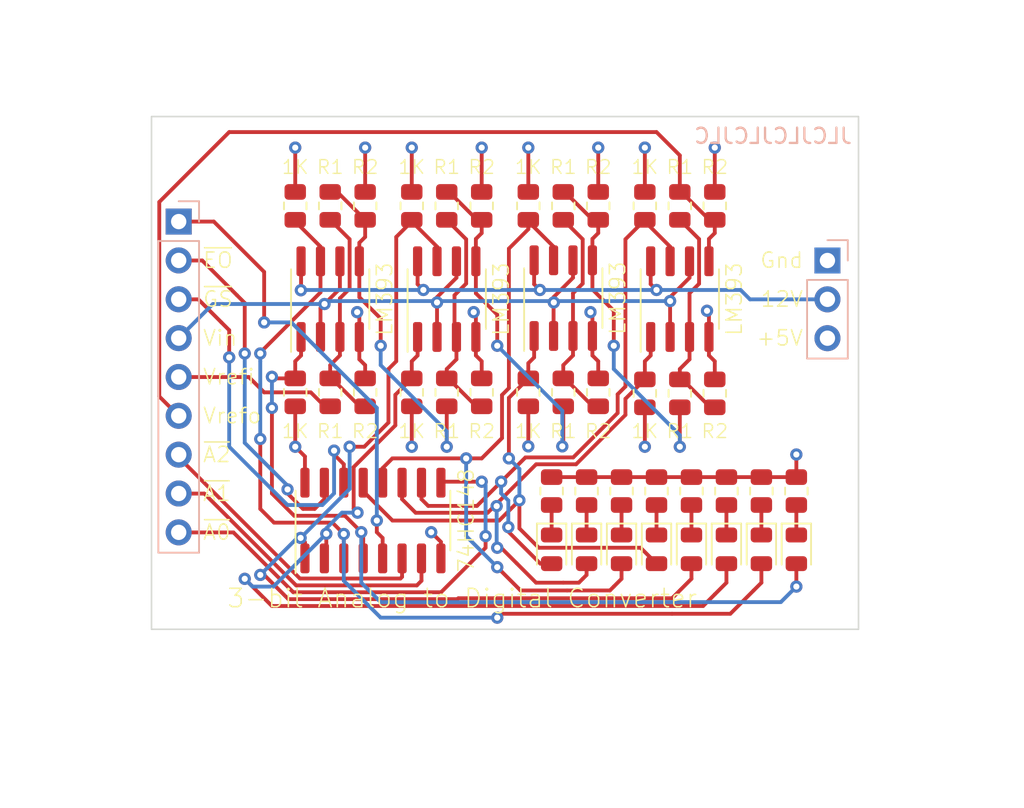
<source format=kicad_pcb>
(kicad_pcb (version 20211014) (generator pcbnew)
  (layers (0 "F.Cu" signal) (1 "In1.Cu" signal) (2 "In2.Cu" signal) (31 "B.Cu" signal) (34 "B.Paste" user) (35 "F.Paste" user) (36 "B.SilkS" user "B.Silkscreen") (37 "F.SilkS" user "F.Silkscreen") (38 "B.Mask" user) (39 "F.Mask" user) (44 "Edge.Cuts" user))
  (net 0 "")
  (net 1 "~{EO}")
  (net 2 "~{GS}")
  (net 3 "Vin")
  (net 4 "Vrefi")
  (net 5 "Vrefo")
  (net 6 "~{A2}")
  (net 7 "~{A1}")
  (net 8 "~{A0}")
  (net 9 "GND")
  (net 10 "+12V")
  (net 11 "+5V")
  (net 12 "Net-(R1-Pad2)")
  (net 13 "Q0")
  (net 14 "Q1")
  (net 15 "Q2")
  (net 16 "Q3")
  (net 17 "Q4")
  (net 18 "Q5")
  (net 19 "Q6")
  (net 20 "Q7")
  (net 21 "Net-(D1-Pad1)")
  (net 22 "Net-(D2-Pad1)")
  (net 23 "Net-(D3-Pad1)")
  (net 24 "Net-(D4-Pad1)")
  (net 25 "Net-(D5-Pad1)")
  (net 26 "Net-(D6-Pad1)")
  (net 27 "Net-(D7-Pad1)")
  (net 28 "Net-(D8-Pad1)")
  (net 29 "Net-(R17-Pad1)")
  (net 30 "Net-(R15-Pad2)")
  (net 31 "Net-(R16-Pad2)")
  (net 32 "Net-(R21-Pad2)")
  (net 33 "Net-(R22-Pad2)")
  (net 34 "Net-(R27-Pad2)")
  (net 35 "~{EI}")
  (footprint "LED_SMD:LED_0805_2012Metric" (layer "F.Cu") (at 146.558 73.7635 -90)
    (fp_text reference "D8" hide)
    (fp_text value "LED" hide)
  )
  (footprint "LED_SMD:LED_0805_2012Metric" (layer "F.Cu") (at 137.414 73.7635 -90)
    (fp_text reference "D4" hide)
    (fp_text value "LED" hide)
  )
  (footprint "LED_SMD:LED_0805_2012Metric" (layer "F.Cu") (at 141.986 73.7635 -90)
    (fp_text reference "D6" hide)
    (fp_text value "LED" hide)
  )
  (footprint "Resistor_SMD:R_0805_2012Metric" (layer "F.Cu") (at 137.414 69.9535 90)
    (fp_text reference "R10" hide)
    (fp_text value "R_Small_US" hide)
  )
  (footprint "LED_SMD:LED_0805_2012Metric" (layer "F.Cu") (at 144.272 73.7635 -90)
    (fp_text reference "D7" hide)
    (fp_text value "LED" hide)
  )
  (footprint "Resistor_SMD:R_0805_2012Metric" (layer "F.Cu") (at 141.224 51.308 -90)
    (fp_text reference "R28" hide)
    (fp_text value "R_Small_US" hide)
  )
  (footprint "Resistor_SMD:R_0805_2012Metric" (layer "F.Cu") (at 136.652 51.308 90)
    (fp_text reference "R32" hide)
    (fp_text value "R_Small_US" hide)
  )
  (footprint "Resistor_SMD:R_0805_2012Metric" (layer "F.Cu") (at 125.984 63.5 -90)
    (fp_text reference "R15" hide)
    (fp_text value "R_Small_US" hide)
  )
  (footprint "Resistor_SMD:R_0805_2012Metric" (layer "F.Cu") (at 144.272 69.9535 90)
    (fp_text reference "R13" hide)
    (fp_text value "R_Small_US" hide)
  )
  (footprint "Resistor_SMD:R_0805_2012Metric" (layer "F.Cu") (at 125.984 51.308 -90)
    (fp_text reference "R16" hide)
    (fp_text value "R_Small_US" hide)
  )
  (footprint "Resistor_SMD:R_0805_2012Metric" (layer "F.Cu") (at 121.412 51.308 90)
    (fp_text reference "R20" hide)
    (fp_text value "R_Small_US" hide)
  )
  (footprint "Resistor_SMD:R_0805_2012Metric" (layer "F.Cu") (at 133.604 63.5 -90)
    (fp_text reference "R21" hide)
    (fp_text value "R_Small_US" hide)
  )
  (footprint "Resistor_SMD:R_0805_2012Metric" (layer "F.Cu") (at 141.224 63.565 -90)
    (fp_text reference "R27" hide)
    (fp_text value "R_Small_US" hide)
  )
  (footprint "Resistor_SMD:R_0805_2012Metric" (layer "F.Cu") (at 135.128 69.9535 90)
    (fp_text reference "R9" hide)
    (fp_text value "R_Small_US" hide)
  )
  (footprint "Resistor_SMD:R_0805_2012Metric" (layer "F.Cu") (at 123.698 63.5 90)
    (fp_text reference "R17" hide)
    (fp_text value "R_Small_US" hide)
  )
  (footprint "Resistor_SMD:R_0805_2012Metric" (layer "F.Cu") (at 132.842 69.9535 90)
    (fp_text reference "R8" hide)
    (fp_text value "R_Small_US" hide)
  )
  (footprint "Resistor_SMD:R_0805_2012Metric" (layer "F.Cu") (at 116.078 63.5 90)
    (fp_text reference "R3" hide)
    (fp_text value "R_Small_US" hide)
  )
  (footprint "LED_SMD:LED_0805_2012Metric" (layer "F.Cu") (at 135.128 73.7635 -90)
    (fp_text reference "D3" hide)
    (fp_text value "LED" hide)
  )
  (footprint "Resistor_SMD:R_0805_2012Metric" (layer "F.Cu") (at 118.364 51.308 -90)
    (fp_text reference "R2" hide)
    (fp_text value "R_Small_US" hide)
  )
  (footprint "Package_SO:SOIC-8_3.9x4.9mm_P1.27mm" (layer "F.Cu") (at 131.318 57.339 90)
    (fp_text reference "U3" hide)
    (fp_text value "LM393" hide)
  )
  (footprint "Resistor_SMD:R_0805_2012Metric" (layer "F.Cu") (at 129.032 63.5 -90)
    (fp_text reference "R25" hide)
    (fp_text value "R_Small_US" hide)
  )
  (footprint "Resistor_SMD:R_0805_2012Metric" (layer "F.Cu") (at 131.318 51.308 90)
    (fp_text reference "R24" hide)
    (fp_text value "R_Small_US" hide)
  )
  (footprint "Resistor_SMD:R_0805_2012Metric" (layer "F.Cu") (at 136.652 63.565 -90)
    (fp_text reference "R31" hide)
    (fp_text value "R_Small_US" hide)
  )
  (footprint "Resistor_SMD:R_0805_2012Metric" (layer "F.Cu") (at 133.604 51.308 -90)
    (fp_text reference "R22" hide)
    (fp_text value "R_Small_US" hide)
  )
  (footprint "Package_SO:SOIC-8_3.9x4.9mm_P1.27mm" (layer "F.Cu") (at 138.938 57.404 90)
    (fp_text reference "U4" hide)
    (fp_text value "LM393" hide)
  )
  (footprint "Package_SO:SOIC-8_3.9x4.9mm_P1.27mm" (layer "F.Cu") (at 116.078 57.404 90)
    (fp_text reference "U1" hide)
    (fp_text value "LM393" hide)
  )
  (footprint "LED_SMD:LED_0805_2012Metric" (layer "F.Cu") (at 130.556 73.7635 -90)
    (fp_text reference "D1" hide)
    (fp_text value "LED" hide)
  )
  (footprint "Resistor_SMD:R_0805_2012Metric" (layer "F.Cu") (at 146.558 69.9535 90)
    (fp_text reference "R14" hide)
    (fp_text value "R_Small_US" hide)
  )
  (footprint "Resistor_SMD:R_0805_2012Metric" (layer "F.Cu") (at 123.698 51.308 90)
    (fp_text reference "R18" hide)
    (fp_text value "R_Small_US" hide)
  )
  (footprint "Resistor_SMD:R_0805_2012Metric" (layer "F.Cu") (at 121.412 63.5 -90)
    (fp_text reference "R19" hide)
    (fp_text value "R_Small_US" hide)
  )
  (footprint "Resistor_SMD:R_0805_2012Metric" (layer "F.Cu") (at 139.7 69.9535 90)
    (fp_text reference "R11" hide)
    (fp_text value "R_Small_US" hide)
  )
  (footprint "LED_SMD:LED_0805_2012Metric" (layer "F.Cu") (at 132.842 73.7635 -90)
    (fp_text reference "D2" hide)
    (fp_text value "LED" hide)
  )
  (footprint "LED_SMD:LED_0805_2012Metric" (layer "F.Cu") (at 139.7 73.7635 -90)
    (fp_text reference "D5" hide)
    (fp_text value "LED" hide)
  )
  (footprint "Resistor_SMD:R_0805_2012Metric" (layer "F.Cu") (at 129.032 51.308 90)
    (fp_text reference "R26" hide)
    (fp_text value "R_Small_US" hide)
  )
  (footprint "Resistor_SMD:R_0805_2012Metric" (layer "F.Cu") (at 113.792 51.308 90)
    (fp_text reference "R7" hide)
    (fp_text value "R_Small_US" hide)
  )
  (footprint "Resistor_SMD:R_0805_2012Metric" (layer "F.Cu") (at 113.792 63.5 -90)
    (fp_text reference "R6" hide)
    (fp_text value "R_Small_US" hide)
  )
  (footprint "Resistor_SMD:R_0805_2012Metric" (layer "F.Cu") (at 141.986 69.9535 90)
    (fp_text reference "R12" hide)
    (fp_text value "R_Small_US" hide)
  )
  (footprint "Resistor_SMD:R_0805_2012Metric" (layer "F.Cu") (at 118.364 63.5 -90)
    (fp_text reference "R1" hide)
    (fp_text value "R_Small_US" hide)
  )
  (footprint "Package_SO:SOIC-16_3.9x9.9mm_P1.27mm" (layer "F.Cu") (at 118.872 71.882 90)
    (fp_text reference "U5" hide)
    (fp_text value "74LS148" hide)
  )
  (footprint "Resistor_SMD:R_0805_2012Metric" (layer "F.Cu") (at 130.556 69.9535 90)
    (fp_text reference "R5" hide)
    (fp_text value "R_Small_US" hide)
  )
  (footprint "Resistor_SMD:R_0805_2012Metric" (layer "F.Cu") (at 138.938 51.308 90)
    (fp_text reference "R30" hide)
    (fp_text value "R_Small_US" hide)
  )
  (footprint "Package_SO:SOIC-8_3.9x4.9mm_P1.27mm" (layer "F.Cu") (at 123.698 57.404 90)
    (fp_text reference "U2" hide)
    (fp_text value "LM393" hide)
  )
  (footprint "Resistor_SMD:R_0805_2012Metric" (layer "F.Cu") (at 131.318 63.5 90)
    (fp_text reference "R23" hide)
    (fp_text value "R_Small_US" hide)
  )
  (footprint "Resistor_SMD:R_0805_2012Metric" (layer "F.Cu") (at 116.078 51.308 90)
    (fp_text reference "R4" hide)
    (fp_text value "R_Small_US" hide)
  )
  (footprint "Resistor_SMD:R_0805_2012Metric" (layer "F.Cu") (at 138.938 63.565 90)
    (fp_text reference "R29" hide)
    (fp_text value "R_Small_US" hide)
  )
  (footprint "Connector_PinHeader_2.54mm:PinHeader_1x03_P2.54mm_Vertical" (layer "B.Cu") (at 148.59 54.879 180)
    (fp_text reference "J1" hide)
    (fp_text value "Conn_01x03" hide)
  )
  (footprint "Connector_PinHeader_2.54mm:PinHeader_1x09_P2.54mm_Vertical" (layer "B.Cu") (at 106.172 52.334 180)
    (fp_text reference "J2" hide)
    (fp_text value "Conn_01x09" hide)
  )
  (gr_rect (start 104.394 45.466) (end 150.622 78.994) (layer "Edge.Cuts") (width 0.1) (fill none))
  (gr_text "JLCJLCJLCJLC" (at 145.034 46.736) (layer "B.SilkS") (effects (font (size 1 1)) (justify mirror)))
  (gr_text "~{A2}" (at 107.696 67.564) (layer "F.SilkS") (effects (font (size 1 1) (thickness 0.1)) (justify left)))
  (gr_text "~{EO}" (at 107.696 54.864) (layer "F.SilkS") (effects (font (size 1 1) (thickness 0.1)) (justify left)))
  (gr_text "R2" (at 125.984 66.04) (layer "F.SilkS") (effects (font (size 0.9 0.9) (thickness 0.09))))
  (gr_text "Vrefi" (at 107.696 62.484) (layer "F.SilkS") (effects (font (size 1 1) (thickness 0.1)) (justify left)))
  (gr_text "+5V" (at 147.066 59.944) (layer "F.SilkS") (effects (font (size 1 1) (thickness 0.1)) (justify right)))
  (gr_text "1K" (at 121.412 48.768) (layer "F.SilkS") (effects (font (size 0.9 0.9) (thickness 0.09))))
  (gr_text "LM393" (at 127.254 57.404 90) (layer "F.SilkS") (effects (font (size 1 1) (thickness 0.1))))
  (gr_text "1K" (at 136.652 48.768) (layer "F.SilkS") (effects (font (size 0.9 0.9) (thickness 0.09))))
  (gr_text "1K" (at 121.412 66.04) (layer "F.SilkS") (effects (font (size 0.9 0.9) (thickness 0.09))))
  (gr_text "Vrefo" (at 107.696 65.024) (layer "F.SilkS") (effects (font (size 1 1) (thickness 0.1)) (justify left)))
  (gr_text "R2" (at 118.364 48.768) (layer "F.SilkS") (effects (font (size 0.9 0.9) (thickness 0.09))))
  (gr_text "Vin" (at 107.696 59.944) (layer "F.SilkS") (effects (font (size 1 1) (thickness 0.1)) (justify left)))
  (gr_text "LM393" (at 119.634 57.404 90) (layer "F.SilkS") (effects (font (size 1 1) (thickness 0.1))))
  (gr_text "R1" (at 116.078 66.04) (layer "F.SilkS") (effects (font (size 0.9 0.9) (thickness 0.09))))
  (gr_text "Gnd" (at 147.066 54.864) (layer "F.SilkS") (effects (font (size 1 1) (thickness 0.1)) (justify right)))
  (gr_text "1K" (at 129.032 66.04) (layer "F.SilkS") (effects (font (size 0.9 0.9) (thickness 0.09))))
  (gr_text "74HC148" (at 124.968 71.882 90) (layer "F.SilkS") (effects (font (size 1 1) (thickness 0.1))))
  (gr_text "3-bit Analog to Digital Converter" (at 124.714 76.962) (layer "F.SilkS") (effects (font (size 1.2 1.2) (thickness 0.1))))
  (gr_text "1K" (at 113.792 66.04) (layer "F.SilkS") (effects (font (size 0.9 0.9) (thickness 0.09))))
  (gr_text "R1" (at 123.698 66.04) (layer "F.SilkS") (effects (font (size 0.9 0.9) (thickness 0.09))))
  (gr_text "R1" (at 138.938 48.768) (layer "F.SilkS") (effects (font (size 0.9 0.9) (thickness 0.09))))
  (gr_text "R1" (at 138.938 66.04) (layer "F.SilkS") (effects (font (size 0.9 0.9) (thickness 0.09))))
  (gr_text "R1" (at 116.078 48.768) (layer "F.SilkS") (effects (font (size 0.9 0.9) (thickness 0.09))))
  (gr_text "R2" (at 141.224 66.04) (layer "F.SilkS") (effects (font (size 0.9 0.9) (thickness 0.09))))
  (gr_text "R1" (at 123.698 48.768) (layer "F.SilkS") (effects (font (size 0.9 0.9) (thickness 0.09))))
  (gr_text "R2" (at 141.224 48.768) (layer "F.SilkS") (effects (font (size 0.9 0.9) (thickness 0.09))))
  (gr_text "1K" (at 136.652 66.04) (layer "F.SilkS") (effects (font (size 0.9 0.9) (thickness 0.09))))
  (gr_text "LM393" (at 134.874 57.339 90) (layer "F.SilkS") (effects (font (size 1 1) (thickness 0.1))))
  (gr_text "R2" (at 133.604 48.768) (layer "F.SilkS") (effects (font (size 0.9 0.9) (thickness 0.09))))
  (gr_text "R1" (at 131.318 66.04) (layer "F.SilkS") (effects (font (size 0.9 0.9) (thickness 0.09))))
  (gr_text "R2" (at 133.604 66.04) (layer "F.SilkS") (effects (font (size 0.9 0.9) (thickness 0.09))))
  (gr_text "1K" (at 113.792 48.768) (layer "F.SilkS") (effects (font (size 0.9 0.9) (thickness 0.09))))
  (gr_text "R2" (at 125.984 48.768) (layer "F.SilkS") (effects (font (size 0.9 0.9) (thickness 0.09))))
  (gr_text "R1" (at 131.318 48.768) (layer "F.SilkS") (effects (font (size 0.9 0.9) (thickness 0.09))))
  (gr_text "R2" (at 118.364 66.04) (layer "F.SilkS") (effects (font (size 0.9 0.9) (thickness 0.09))))
  (gr_text "LM393" (at 142.494 57.404 90) (layer "F.SilkS") (effects (font (size 1 1) (thickness 0.1))))
  (gr_text "~{A0}" (at 107.696 72.644) (layer "F.SilkS") (effects (font (size 1 1) (thickness 0.1)) (justify left)))
  (gr_text "12V" (at 147.066 57.404) (layer "F.SilkS") (effects (font (size 1 1) (thickness 0.1)) (justify right)))
  (gr_text "~{GS}" (at 107.696 57.404) (layer "F.SilkS") (effects (font (size 1 1) (thickness 0.1)) (justify left)))
  (gr_text "~{A1}" (at 107.696 70.104) (layer "F.SilkS") (effects (font (size 1 1) (thickness 0.1)) (justify left)))
  (gr_text "1K" (at 129.032 48.768) (layer "F.SilkS") (effects (font (size 0.9 0.9) (thickness 0.09))))
  (segment (start 114.3 71.12) (end 113.288299 70.108299) (width 0.25) (layer "F.Cu") (net 1))
  (segment (start 115.062 71.12) (end 114.3 71.12) (width 0.25) (layer "F.Cu") (net 1))
  (segment (start 109.982 57.15) (end 110.49 57.658) (width 0.25) (layer "F.Cu") (net 1))
  (segment (start 110.49 57.658) (end 110.49 60.96) (width 0.25) (layer "F.Cu") (net 1))
  (segment (start 106.172 54.879) (end 107.711 54.879) (width 0.25) (layer "F.Cu") (net 1))
  (segment (start 107.711 54.879) (end 109.982 57.15) (width 0.25) (layer "F.Cu") (net 1))
  (segment (start 113.288299 70.108299) (end 113.288299 69.845701) (width 0.25) (layer "F.Cu") (net 1))
  (segment (start 115.697 69.407) (end 115.697 70.485) (width 0.25) (layer "F.Cu") (net 1))
  (segment (start 115.697 70.485) (end 115.062 71.12) (width 0.25) (layer "F.Cu") (net 1))
  (via (at 110.49 60.96) (size 0.8) (drill 0.4) (layers "F.Cu" "B.Cu") (net 1))
  (via (at 113.288299 69.845701) (size 0.8) (drill 0.4) (layers "F.Cu" "B.Cu") (net 1))
  (segment (start 110.49 66.802) (end 113.288299 69.600299) (width 0.25) (layer "B.Cu") (net 1))
  (segment (start 113.288299 69.600299) (end 113.288299 69.845701) (width 0.25) (layer "B.Cu") (net 1))
  (segment (start 110.49 60.96) (end 110.49 66.802) (width 0.25) (layer "B.Cu") (net 1))
  (segment (start 109.474 59.436) (end 109.474 61.214) (width 0.25) (layer "F.Cu") (net 2))
  (segment (start 116.332 67.31) (end 116.332 67.564) (width 0.25) (layer "F.Cu") (net 2))
  (segment (start 116.967 68.199) (end 116.967 69.407) (width 0.25) (layer "F.Cu") (net 2))
  (segment (start 106.172 57.419) (end 107.457 57.419) (width 0.25) (layer "F.Cu") (net 2))
  (segment (start 108.966 58.928) (end 109.474 59.436) (width 0.25) (layer "F.Cu") (net 2))
  (segment (start 116.332 67.564) (end 116.967 68.199) (width 0.25) (layer "F.Cu") (net 2))
  (segment (start 107.457 57.419) (end 108.966 58.928) (width 0.25) (layer "F.Cu") (net 2))
  (via (at 109.474 61.214) (size 0.8) (drill 0.4) (layers "F.Cu" "B.Cu") (net 2))
  (via (at 116.332 67.31) (size 0.8) (drill 0.4) (layers "F.Cu" "B.Cu") (net 2))
  (segment (start 116.078 70.358) (end 116.332 70.104) (width 0.25) (layer "B.Cu") (net 2))
  (segment (start 110.998 68.58) (end 113.284 70.866) (width 0.25) (layer "B.Cu") (net 2))
  (segment (start 116.332 70.104) (end 116.332 67.31) (width 0.25) (layer "B.Cu") (net 2))
  (segment (start 109.474 67.056) (end 110.998 68.58) (width 0.25) (layer "B.Cu") (net 2))
  (segment (start 113.284 70.866) (end 114.046 70.866) (width 0.25) (layer "B.Cu") (net 2))
  (segment (start 109.474 61.214) (end 109.474 67.056) (width 0.25) (layer "B.Cu") (net 2))
  (segment (start 115.57 70.866) (end 116.078 70.358) (width 0.25) (layer "B.Cu") (net 2))
  (segment (start 114.046 70.866) (end 115.57 70.866) (width 0.25) (layer "B.Cu") (net 2))
  (segment (start 131.953 54.864) (end 131.953 56.007) (width 0.25) (layer "F.Cu") (net 3))
  (segment (start 123.063 59.879) (end 123.063 57.6205) (width 0.25) (layer "F.Cu") (net 3))
  (segment (start 123.063 57.277) (end 123.063 57.6205) (width 0.25) (layer "F.Cu") (net 3))
  (segment (start 131.953 56.007) (end 130.683 57.277) (width 0.25) (layer "F.Cu") (net 3))
  (segment (start 116.713 56.717526) (end 115.706874 57.723652) (width 0.25) (layer "F.Cu") (net 3))
  (segment (start 124.333 54.929) (end 124.333 56.007) (width 0.25) (layer "F.Cu") (net 3))
  (segment (start 139.573 54.929) (end 139.573 56.007) (width 0.25) (layer "F.Cu") (net 3))
  (segment (start 116.713 54.929) (end 116.713 56.717526) (width 0.25) (layer "F.Cu") (net 3))
  (segment (start 124.333 56.007) (end 123.063 57.277) (width 0.25) (layer "F.Cu") (net 3))
  (segment (start 115.443 59.879) (end 115.443 57.987526) (width 0.25) (layer "F.Cu") (net 3))
  (segment (start 115.443 57.987526) (end 115.706874 57.723652) (width 0.25) (layer "F.Cu") (net 3))
  (segment (start 138.303 57.277) (end 138.303 59.879) (width 0.25) (layer "F.Cu") (net 3))
  (segment (start 130.683 57.277) (end 130.683 59.814) (width 0.25) (layer "F.Cu") (net 3))
  (segment (start 139.573 56.007) (end 138.303 57.277) (width 0.25) (layer "F.Cu") (net 3))
  (via (at 123.063 57.6205) (size 0.8) (drill 0.4) (layers "F.Cu" "B.Cu") (net 3))
  (via (at 130.698086 57.6205) (size 0.8) (drill 0.4) (layers "F.Cu" "B.Cu") (net 3))
  (via (at 115.706874 57.723652) (size 0.8) (drill 0.4) (layers "F.Cu" "B.Cu") (net 3))
  (via (at 138.303 57.531) (size 0.8) (drill 0.4) (layers "F.Cu" "B.Cu") (net 3))
  (segment (start 106.172 59.959) (end 108.407348 57.723652) (width 0.25) (layer "B.Cu") (net 3))
  (segment (start 108.407348 57.723652) (end 115.706874 57.723652) (width 0.25) (layer "B.Cu") (net 3))
  (segment (start 115.899526 57.531) (end 115.706874 57.723652) (width 0.25) (layer "B.Cu") (net 3))
  (segment (start 138.303 57.531) (end 115.899526 57.531) (width 0.25) (layer "B.Cu") (net 3))
  (segment (start 111.76 63.5) (end 110.759 62.499) (width 0.25) (layer "F.Cu") (net 4))
  (segment (start 116.078 64.4125) (end 115.7205 64.4125) (width 0.25) (layer "F.Cu") (net 4))
  (segment (start 115.7205 64.4125) (end 114.808 63.5) (width 0.25) (layer "F.Cu") (net 4))
  (segment (start 110.759 62.499) (end 106.172 62.499) (width 0.25) (layer "F.Cu") (net 4))
  (segment (start 114.808 63.5) (end 111.76 63.5) (width 0.25) (layer "F.Cu") (net 4))
  (segment (start 138.938 50.3955) (end 139.0415 50.3955) (width 0.25) (layer "F.Cu") (net 5))
  (segment (start 140.843 53.467) (end 140.843 54.929) (width 0.25) (layer "F.Cu") (net 5))
  (segment (start 106.172 65.039) (end 104.902 63.769) (width 0.25) (layer "F.Cu") (net 5))
  (segment (start 141.224 53.086) (end 140.843 53.467) (width 0.25) (layer "F.Cu") (net 5))
  (segment (start 137.414 46.482) (end 138.938 48.006) (width 0.25) (layer "F.Cu") (net 5))
  (segment (start 109.474 46.482) (end 137.414 46.482) (width 0.25) (layer "F.Cu") (net 5))
  (segment (start 104.902 63.769) (end 104.902 51.054) (width 0.25) (layer "F.Cu") (net 5))
  (segment (start 139.0415 50.3955) (end 140.8665 52.2205) (width 0.25) (layer "F.Cu") (net 5))
  (segment (start 138.938 48.006) (end 138.938 50.3955) (width 0.25) (layer "F.Cu") (net 5))
  (segment (start 141.224 52.2205) (end 141.224 53.086) (width 0.25) (layer "F.Cu") (net 5))
  (segment (start 140.8665 52.2205) (end 141.224 52.2205) (width 0.25) (layer "F.Cu") (net 5))
  (segment (start 104.902 51.054) (end 109.474 46.482) (width 0.25) (layer "F.Cu") (net 5))
  (segment (start 106.172 67.579) (end 106.172 67.748072) (width 0.25) (layer "F.Cu") (net 6))
  (segment (start 120.777 75.565) (end 120.777 74.357) (width 0.25) (layer "F.Cu") (net 6))
  (segment (start 114.095885 75.671957) (end 120.670044 75.671956) (width 0.25) (layer "F.Cu") (net 6))
  (segment (start 106.172 67.748072) (end 114.095885 75.671957) (width 0.25) (layer "F.Cu") (net 6))
  (segment (start 120.670044 75.671956) (end 120.777 75.565) (width 0.25) (layer "F.Cu") (net 6))
  (segment (start 121.744533 76.121467) (end 113.849772 76.121468) (width 0.25) (layer "F.Cu") (net 7))
  (segment (start 113.849772 76.121468) (end 107.847304 70.119) (width 0.25) (layer "F.Cu") (net 7))
  (segment (start 122.047 75.819) (end 121.744533 76.121467) (width 0.25) (layer "F.Cu") (net 7))
  (segment (start 107.847304 70.119) (end 106.172 70.119) (width 0.25) (layer "F.Cu") (net 7))
  (segment (start 122.047 74.357) (end 122.047 75.819) (width 0.25) (layer "F.Cu") (net 7))
  (segment (start 123.317 69.407) (end 123.382 69.342) (width 0.25) (layer "F.Cu") (net 8))
  (segment (start 109.7516 72.659) (end 113.663579 76.570979) (width 0.25) (layer "F.Cu") (net 8))
  (segment (start 123.382 69.342) (end 125.984 69.342) (width 0.25) (layer "F.Cu") (net 8))
  (segment (start 126.238 73.66) (end 126.238 72.898) (width 0.25) (layer "F.Cu") (net 8))
  (segment (start 123.327022 76.570978) (end 126.238 73.66) (width 0.25) (layer "F.Cu") (net 8))
  (segment (start 113.663579 76.570979) (end 123.327022 76.570978) (width 0.25) (layer "F.Cu") (net 8))
  (segment (start 106.172 72.659) (end 109.7516 72.659) (width 0.25) (layer "F.Cu") (net 8))
  (via (at 126.238 72.898) (size 0.8) (drill 0.4) (layers "F.Cu" "B.Cu") (net 8))
  (via (at 125.984 69.342) (size 0.8) (drill 0.4) (layers "F.Cu" "B.Cu") (net 8))
  (segment (start 126.238 69.596) (end 125.984 69.342) (width 0.25) (layer "B.Cu") (net 8))
  (segment (start 126.238 72.898) (end 126.238 69.596) (width 0.25) (layer "B.Cu") (net 8))
  (segment (start 125.603 61.087) (end 125.984 61.468) (width 0.25) (layer "F.Cu") (net 9))
  (segment (start 125.984 50.3955) (end 125.984 47.498) (width 0.25) (layer "F.Cu") (net 9))
  (segment (start 133.223 58.3825) (end 133.096 58.2555) (width 0.25) (layer "F.Cu") (net 9))
  (segment (start 118.364 61.722) (end 117.983 61.341) (width 0.25) (layer "F.Cu") (net 9))
  (segment (start 118.364 62.5875) (end 118.364 61.722) (width 0.25) (layer "F.Cu") (net 9))
  (segment (start 140.843 58.293) (end 140.716 58.166) (width 0.25) (layer "F.Cu") (net 9))
  (segment (start 141.224 50.3955) (end 141.224 47.498) (width 0.25) (layer "F.Cu") (net 9))
  (segment (start 125.603 59.879) (end 125.603 58.397586) (width 0.25) (layer "F.Cu") (net 9))
  (segment (start 133.223 61.087) (end 133.604 61.468) (width 0.25) (layer "F.Cu") (net 9))
  (segment (start 140.843 61.087) (end 141.224 61.468) (width 0.25) (layer "F.Cu") (net 9))
  (segment (start 118.364 50.3955) (end 118.364 47.498) (width 0.25) (layer "F.Cu") (net 9))
  (segment (start 125.984 61.468) (end 125.984 62.5875) (width 0.25) (layer "F.Cu") (net 9))
  (segment (start 117.983 61.341) (end 117.983 59.879) (width 0.25) (layer "F.Cu") (net 9))
  (segment (start 133.223 59.814) (end 133.223 58.3825) (width 0.25) (layer "F.Cu") (net 9))
  (segment (start 140.843 59.879) (end 140.843 61.087) (width 0.25) (layer "F.Cu") (net 9))
  (segment (start 123.317 73.279) (end 123.317 74.357) (width 0.25) (layer "F.Cu") (net 9))
  (segment (start 125.603 59.879) (end 125.603 61.087) (width 0.25) (layer "F.Cu") (net 9))
  (segment (start 140.843 59.879) (end 140.843 58.293) (width 0.25) (layer "F.Cu") (net 9))
  (segment (start 133.223 59.814) (end 133.223 61.087) (width 0.25) (layer "F.Cu") (net 9))
  (segment (start 125.603 58.397586) (end 125.460914 58.2555) (width 0.25) (layer "F.Cu") (net 9))
  (segment (start 146.558 69.041) (end 146.558 67.564) (width 0.25) (layer "F.Cu") (net 9))
  (segment (start 117.983 58.397586) (end 117.840914 58.2555) (width 0.25) (layer "F.Cu") (net 9))
  (segment (start 117.983 59.879) (end 117.983 58.397586) (width 0.25) (layer "F.Cu") (net 9))
  (segment (start 130.556 69.041) (end 146.558 69.041) (width 0.25) (layer "F.Cu") (net 9))
  (segment (start 133.604 61.468) (end 133.604 62.5875) (width 0.25) (layer "F.Cu") (net 9))
  (segment (start 122.682 72.644) (end 123.317 73.279) (width 0.25) (layer "F.Cu") (net 9))
  (segment (start 141.224 61.468) (end 141.224 62.6525) (width 0.25) (layer "F.Cu") (net 9))
  (segment (start 133.604 50.3955) (end 133.604 47.498) (width 0.25) (layer "F.Cu") (net 9))
  (via (at 140.716 58.166) (size 0.8) (drill 0.4) (layers "F.Cu" "B.Cu") (net 9))
  (via (at 125.984 47.498) (size 0.8) (drill 0.4) (layers "F.Cu" "B.Cu") (net 9))
  (via (at 141.224 47.498) (size 0.8) (drill 0.4) (layers "F.Cu" "B.Cu") (net 9))
  (via (at 125.460914 58.2555) (size 0.8) (drill 0.4) (layers "F.Cu" "B.Cu") (net 9))
  (via (at 133.096 58.2555) (size 0.8) (drill 0.4) (layers "F.Cu" "B.Cu") (net 9))
  (via (at 117.840914 58.2555) (size 0.8) (drill 0.4) (layers "F.Cu" "B.Cu") (net 9))
  (via (at 122.682 72.644) (size 0.8) (drill 0.4) (layers "F.Cu" "B.Cu") (net 9))
  (via (at 133.604 47.498) (size 0.8) (drill 0.4) (layers "F.Cu" "B.Cu") (net 9))
  (via (at 118.364 47.498) (size 0.8) (drill 0.4) (layers "F.Cu" "B.Cu") (net 9))
  (via (at 146.558 67.564) (size 0.8) (drill 0.4) (layers "F.Cu" "B.Cu") (net 9))
  (segment (start 121.793 56.429799) (end 122.169701 56.8065) (width 0.25) (layer "F.Cu") (net 10))
  (segment (start 129.413 54.864) (end 129.413 56.429799) (width 0.25) (layer "F.Cu") (net 10))
  (segment (start 137.033 56.4255) (end 137.414 56.8065) (width 0.25) (layer "F.Cu") (net 10))
  (segment (start 129.413 56.429799) (end 129.789701 56.8065) (width 0.25) (layer "F.Cu") (net 10))
  (segment (start 114.173 56.8119) (end 114.161076 56.823824) (width 0.25) (layer "F.Cu") (net 10))
  (segment (start 121.793 54.929) (end 121.793 56.429799) (width 0.25) (layer "F.Cu") (net 10))
  (segment (start 114.173 54.929) (end 114.173 56.8119) (width 0.25) (layer "F.Cu") (net 10))
  (segment (start 137.033 54.929) (end 137.033 56.4255) (width 0.25) (layer "F.Cu") (net 10))
  (via (at 137.414 56.8065) (size 0.8) (drill 0.4) (layers "F.Cu" "B.Cu") (net 10))
  (via (at 129.789701 56.8065) (size 0.8) (drill 0.4) (layers "F.Cu" "B.Cu") (net 10))
  (via (at 114.161076 56.823824) (size 0.8) (drill 0.4) (layers "F.Cu" "B.Cu") (net 10))
  (via (at 122.169701 56.8065) (size 0.8) (drill 0.4) (layers "F.Cu" "B.Cu") (net 10))
  (segment (start 143.525 57.419) (end 148.59 57.419) (width 0.25) (layer "B.Cu") (net 10))
  (segment (start 137.414 56.8065) (end 142.9125 56.8065) (width 0.25) (layer "B.Cu") (net 10))
  (segment (start 137.414 56.8065) (end 114.1784 56.8065) (width 0.25) (layer "B.Cu") (net 10))
  (segment (start 114.1784 56.8065) (end 114.161076 56.823824) (width 0.25) (layer "B.Cu") (net 10))
  (segment (start 142.9125 56.8065) (end 143.525 57.419) (width 0.25) (layer "B.Cu") (net 10))
  (segment (start 121.412 64.4125) (end 121.412 67.056) (width 0.25) (layer "F.Cu") (net 11))
  (segment (start 136.652 50.3955) (end 136.652 47.498) (width 0.25) (layer "F.Cu") (net 11))
  (segment (start 121.412 50.3955) (end 121.412 47.498) (width 0.25) (layer "F.Cu") (net 11))
  (segment (start 129.032 50.3955) (end 129.032 47.498) (width 0.25) (layer "F.Cu") (net 11))
  (segment (start 114.427 69.407) (end 114.427 67.691) (width 0.25) (layer "F.Cu") (net 11))
  (segment (start 129.032 67.02777) (end 129.029801 67.029969) (width 0.25) (layer "F.Cu") (net 11))
  (segment (start 114.427 67.691) (end 113.792 67.056) (width 0.25) (layer "F.Cu") (net 11))
  (segment (start 136.652 64.4775) (end 136.652 67.056) (width 0.25) (layer "F.Cu") (net 11))
  (segment (start 113.792 50.3955) (end 113.792 47.498) (width 0.25) (layer "F.Cu") (net 11))
  (segment (start 129.032 64.4125) (end 129.032 67.02777) (width 0.25) (layer "F.Cu") (net 11))
  (segment (start 113.792 64.4125) (end 113.792 67.056) (width 0.25) (layer "F.Cu") (net 11))
  (via (at 121.412 47.498) (size 0.8) (drill 0.4) (layers "F.Cu" "B.Cu") (net 11))
  (via (at 129.032 47.498) (size 0.8) (drill 0.4) (layers "F.Cu" "B.Cu") (net 11))
  (via (at 121.412 67.056) (size 0.8) (drill 0.4) (layers "F.Cu" "B.Cu") (net 11))
  (via (at 136.652 67.056) (size 0.8) (drill 0.4) (layers "F.Cu" "B.Cu") (net 11))
  (via (at 136.652 47.498) (size 0.8) (drill 0.4) (layers "F.Cu" "B.Cu") (net 11))
  (via (at 113.792 67.056) (size 0.8) (drill 0.4) (layers "F.Cu" "B.Cu") (net 11))
  (via (at 129.029801 67.029969) (size 0.8) (drill 0.4) (layers "F.Cu" "B.Cu") (net 11))
  (via (at 113.792 47.498) (size 0.8) (drill 0.4) (layers "F.Cu" "B.Cu") (net 11))
  (segment (start 116.078 62.5875) (end 116.1815 62.5875) (width 0.25) (layer "F.Cu") (net 12))
  (segment (start 116.713 61.087) (end 116.713 59.879) (width 0.25) (layer "F.Cu") (net 12))
  (segment (start 116.078 52.2205) (end 117.348 53.4905) (width 0.25) (layer "F.Cu") (net 12))
  (segment (start 116.078 61.722) (end 116.713 61.087) (width 0.25) (layer "F.Cu") (net 12))
  (segment (start 116.1815 62.5875) (end 118.0065 64.4125) (width 0.25) (layer "F.Cu") (net 12))
  (segment (start 117.348 56.71823) (end 116.713 57.35323) (width 0.25) (layer "F.Cu") (net 12))
  (segment (start 116.078 62.5875) (end 116.078 61.722) (width 0.25) (layer "F.Cu") (net 12))
  (segment (start 116.713 57.35323) (end 116.713 59.879) (width 0.25) (layer "F.Cu") (net 12))
  (segment (start 117.348 53.4905) (end 117.348 56.71823) (width 0.25) (layer "F.Cu") (net 12))
  (segment (start 118.0065 64.4125) (end 118.364 64.4125) (width 0.25) (layer "F.Cu") (net 12))
  (segment (start 117.04411 71.56951) (end 113.72491 71.56951) (width 0.25) (layer "F.Cu") (net 13))
  (segment (start 113.792 61.468) (end 113.792 62.5875) (width 0.25) (layer "F.Cu") (net 13))
  (segment (start 113.792 62.5875) (end 112.3715 62.5875) (width 0.25) (layer "F.Cu") (net 13))
  (segment (start 112.268 70.1126) (end 112.268 64.516) (width 0.25) (layer "F.Cu") (net 13))
  (segment (start 118.237 72.7624) (end 117.04411 71.56951) (width 0.25) (layer "F.Cu") (net 13))
  (segment (start 118.237 72.7624) (end 118.2284 72.7624) (width 0.25) (layer "F.Cu") (net 13))
  (segment (start 118.237 74.357) (end 118.237 72.7624) (width 0.25) (layer "F.Cu") (net 13))
  (segment (start 146.558 76.2) (end 146.558 74.701) (width 0.25) (layer "F.Cu") (net 13))
  (segment (start 114.173 61.087) (end 113.792 61.468) (width 0.25) (layer "F.Cu") (net 13))
  (segment (start 114.173 59.879) (end 114.173 61.087) (width 0.25) (layer "F.Cu") (net 13))
  (segment (start 112.3715 62.5875) (end 112.268 62.484) (width 0.25) (layer "F.Cu") (net 13))
  (segment (start 118.2284 72.7624) (end 118.11 72.644) (width 0.25) (layer "F.Cu") (net 13))
  (segment (start 113.72491 71.56951) (end 112.268 70.1126) (width 0.25) (layer "F.Cu") (net 13))
  (via (at 112.268 62.484) (size 0.8) (drill 0.4) (layers "F.Cu" "B.Cu") (net 13))
  (via (at 118.11 72.644) (size 0.8) (drill 0.4) (layers "F.Cu" "B.Cu") (net 13))
  (via (at 112.268 64.516) (size 0.8) (drill 0.4) (layers "F.Cu" "B.Cu") (net 13))
  (via (at 146.558 76.2) (size 0.8) (drill 0.4) (layers "F.Cu" "B.Cu") (net 13))
  (segment (start 126.492 77.216) (end 145.542 77.216) (width 0.25) (layer "B.Cu") (net 13))
  (segment (start 119.38 77.216) (end 126.492 77.216) (width 0.25) (layer "B.Cu") (net 13))
  (segment (start 112.268 62.484) (end 112.268 64.516) (width 0.25) (layer "B.Cu") (net 13))
  (segment (start 118.11 75.946) (end 119.38 77.216) (width 0.25) (layer "B.Cu") (net 13))
  (segment (start 145.542 77.216) (end 146.558 76.2) (width 0.25) (layer "B.Cu") (net 13))
  (segment (start 118.11 72.644) (end 118.11 75.946) (width 0.25) (layer "B.Cu") (net 13))
  (segment (start 111.506 71.12) (end 111.506 66.548) (width 0.25) (layer "F.Cu") (net 14))
  (segment (start 116.223621 72.019021) (end 112.405021 72.019021) (width 0.25) (layer "F.Cu") (net 14))
  (segment (start 138.43 77.978) (end 127.254 77.978) (width 0.25) (layer "F.Cu") (net 14))
  (segment (start 127.254 77.978) (end 127 78.232) (width 0.25) (layer "F.Cu") (net 14))
  (segment (start 111.506 60.899928) (end 115.443 56.962928) (width 0.25) (layer "F.Cu") (net 14))
  (segment (start 144.272 75.946) (end 143.764 76.454) (width 0.25) (layer "F.Cu") (net 14))
  (segment (start 115.443 56.962928) (end 115.443 54.929) (width 0.25) (layer "F.Cu") (net 14))
  (segment (start 142.24 77.978) (end 138.43 77.978) (width 0.25) (layer "F.Cu") (net 14))
  (segment (start 116.967 74.357) (end 116.967 72.7624) (width 0.25) (layer "F.Cu") (net 14))
  (segment (start 111.506 60.96) (end 111.506 60.899928) (width 0.25) (layer "F.Cu") (net 14))
  (segment (start 116.967 72.7624) (end 116.223621 72.019021) (width 0.25) (layer "F.Cu") (net 14))
  (segment (start 143.764 76.454) (end 142.24 77.978) (width 0.25) (layer "F.Cu") (net 14))
  (segment (start 112.405021 72.019021) (end 111.506 71.12) (width 0.25) (layer "F.Cu") (net 14))
  (segment (start 115.443 53.975) (end 115.443 54.929) (width 0.25) (layer "F.Cu") (net 14))
  (segment (start 113.792 52.2205) (end 113.792 52.324) (width 0.25) (layer "F.Cu") (net 14))
  (segment (start 144.272 74.701) (end 144.272 75.946) (width 0.25) (layer "F.Cu") (net 14))
  (segment (start 113.792 52.324) (end 115.443 53.975) (width 0.25) (layer "F.Cu") (net 14))
  (via (at 111.506 66.548) (size 0.8) (drill 0.4) (layers "F.Cu" "B.Cu") (net 14))
  (via (at 127 78.232) (size 0.8) (drill 0.4) (layers "F.Cu" "B.Cu") (net 14))
  (via (at 116.967 72.7624) (size 0.8) (drill 0.4) (layers "F.Cu" "B.Cu") (net 14))
  (via (at 111.506 60.96) (size 0.8) (drill 0.4) (layers "F.Cu" "B.Cu") (net 14))
  (segment (start 119.38 78.232) (end 116.967 75.819) (width 0.25) (layer "B.Cu") (net 14))
  (segment (start 111.506 61.468) (end 111.506 60.96) (width 0.25) (layer "B.Cu") (net 14))
  (segment (start 116.967 75.819) (end 116.967 72.7624) (width 0.25) (layer "B.Cu") (net 14))
  (segment (start 111.506 66.548) (end 111.506 61.468) (width 0.25) (layer "B.Cu") (net 14))
  (segment (start 127 78.232) (end 119.38 78.232) (width 0.25) (layer "B.Cu") (net 14))
  (segment (start 136.398 77.47) (end 112.268 77.47) (width 0.25) (layer "F.Cu") (net 15))
  (segment (start 120.337511 65.660417) (end 117.61248 68.385448) (width 0.25) (layer "F.Cu") (net 15))
  (segment (start 121.793 61.087) (end 121.412 61.468) (width 0.25) (layer "F.Cu") (net 15))
  (segment (start 120.337511 63.661989) (end 120.337511 65.660417) (width 0.25) (layer "F.Cu") (net 15))
  (segment (start 117.61248 71.113282) (end 117.864599 71.365401) (width 0.25) (layer "F.Cu") (net 15))
  (segment (start 140.462 77.47) (end 136.398 77.47) (width 0.25) (layer "F.Cu") (net 15))
  (segment (start 121.412 61.468) (end 121.412 62.5875) (width 0.25) (layer "F.Cu") (net 15))
  (segment (start 115.824 74.23) (end 115.824 72.743521) (width 0.25) (layer "F.Cu") (net 15))
  (segment (start 141.224 76.708) (end 140.462 77.47) (width 0.25) (layer "F.Cu") (net 15))
  (segment (start 121.793 59.879) (end 121.793 61.087) (width 0.25) (layer "F.Cu") (net 15))
  (segment (start 112.268 77.47) (end 110.49 75.692) (width 0.25) (layer "F.Cu") (net 15))
  (segment (start 117.61248 68.385448) (end 117.61248 71.113282) (width 0.25) (layer "F.Cu") (net 15))
  (segment (start 121.412 62.5875) (end 120.337511 63.661989) (width 0.25) (layer "F.Cu") (net 15))
  (segment (start 115.697 74.357) (end 115.824 74.23) (width 0.25) (layer "F.Cu") (net 15))
  (segment (start 141.986 74.701) (end 141.986 75.946) (width 0.25) (layer "F.Cu") (net 15))
  (segment (start 141.986 75.946) (end 141.224 76.708) (width 0.25) (layer "F.Cu") (net 15))
  (via (at 117.864599 71.365401) (size 0.8) (drill 0.4) (layers "F.Cu" "B.Cu") (net 15))
  (via (at 110.49 75.692) (size 0.8) (drill 0.4) (layers "F.Cu" "B.Cu") (net 15))
  (via (at 115.824 72.743521) (size 0.8) (drill 0.4) (layers "F.Cu" "B.Cu") (net 15))
  (segment (start 112.367521 76.2) (end 115.824 72.743521) (width 0.25) (layer "B.Cu") (net 15))
  (segment (start 115.824 72.39) (end 116.848599 71.365401) (width 0.25) (layer "B.Cu") (net 15))
  (segment (start 110.49 75.692) (end 110.998 76.2) (width 0.25) (layer "B.Cu") (net 15))
  (segment (start 116.848599 71.365401) (end 117.864599 71.365401) (width 0.25) (layer "B.Cu") (net 15))
  (segment (start 110.998 76.2) (end 112.367521 76.2) (width 0.25) (layer "B.Cu") (net 15))
  (segment (start 115.824 72.743521) (end 115.824 72.39) (width 0.25) (layer "B.Cu") (net 15))
  (segment (start 121.412 52.324) (end 123.063 53.975) (width 0.25) (layer "F.Cu") (net 16))
  (segment (start 121.412 52.324) (end 120.396 53.34) (width 0.25) (layer "F.Cu") (net 16))
  (segment (start 139.7 75.692) (end 138.43 76.962) (width 0.25) (layer "F.Cu") (net 16))
  (segment (start 138.43 76.962) (end 124.46 76.962) (width 0.25) (layer "F.Cu") (net 16))
  (segment (start 111.76 75.438) (end 111.506 75.438) (width 0.25) (layer "F.Cu") (net 16))
  (segment (start 124.401511 77.020489) (end 113.342489 77.020489) (width 0.25) (layer "F.Cu") (net 16))
  (segment (start 120.396 53.34) (end 120.396 61.468) (width 0.25) (layer "F.Cu") (net 16))
  (segment (start 113.342489 77.020489) (end 111.76 75.438) (width 0.25) (layer "F.Cu") (net 16))
  (segment (start 118.306224 67.056) (end 117.348 67.056) (width 0.25) (layer "F.Cu") (net 16))
  (segment (start 119.888 65.474224) (end 118.306224 67.056) (width 0.25) (layer "F.Cu") (net 16))
  (segment (start 114.427 74.357) (end 114.427 73.302527) (width 0.25) (layer "F.Cu") (net 16))
  (segment (start 114.427 73.302527) (end 114.142984 73.018511) (width 0.25) (layer "F.Cu") (net 16))
  (segment (start 120.396 61.468) (end 119.888 61.976) (width 0.25) (layer "F.Cu") (net 16))
  (segment (start 124.46 76.962) (end 124.401511 77.020489) (width 0.25) (layer "F.Cu") (net 16))
  (segment (start 121.412 52.2205) (end 121.412 52.324) (width 0.25) (layer "F.Cu") (net 16))
  (segment (start 139.7 74.701) (end 139.7 75.692) (width 0.25) (layer "F.Cu") (net 16))
  (segment (start 119.888 61.976) (end 119.888 65.474224) (width 0.25) (layer "F.Cu") (net 16))
  (segment (start 123.063 53.975) (end 123.063 54.929) (width 0.25) (layer "F.Cu") (net 16))
  (via (at 114.142984 73.018511) (size 0.8) (drill 0.4) (layers "F.Cu" "B.Cu") (net 16))
  (via (at 111.506 75.438) (size 0.8) (drill 0.4) (layers "F.Cu" "B.Cu") (net 16))
  (via (at 117.348 67.056) (size 0.8) (drill 0.4) (layers "F.Cu" "B.Cu") (net 16))
  (segment (start 117.348 69.813495) (end 114.142984 73.018511) (width 0.25) (layer "B.Cu") (net 16))
  (segment (start 113.925489 73.018511) (end 114.142984 73.018511) (width 0.25) (layer "B.Cu") (net 16))
  (segment (start 111.506 75.438) (end 113.925489 73.018511) (width 0.25) (layer "B.Cu") (net 16))
  (segment (start 117.348 67.056) (end 117.348 69.813495) (width 0.25) (layer "B.Cu") (net 16))
  (segment (start 129.032 61.595) (end 129.032 62.5875) (width 0.25) (layer "F.Cu") (net 17))
  (segment (start 127.12539 71.882) (end 128.448826 70.558564) (width 0.25) (layer "F.Cu") (net 17))
  (segment (start 127.762 63.8575) (end 127.762 67.813702) (width 0.25) (layer "F.Cu") (net 17))
  (segment (start 118.237 69.9684) (end 120.1506 71.882) (width 0.25) (layer "F.Cu") (net 17))
  (segment (start 129.413 59.814) (end 129.413 61.214) (width 0.25) (layer "F.Cu") (net 17))
  (segment (start 129.032 62.5875) (end 127.762 63.8575) (width 0.25) (layer "F.Cu") (net 17))
  (segment (start 129.413 61.214) (end 129.032 61.595) (width 0.25) (layer "F.Cu") (net 17))
  (segment (start 128.448826 72.395654) (end 128.448826 70.558564) (width 0.25) (layer "F.Cu") (net 17))
  (segment (start 129.713172 73.66) (end 128.448826 72.395654) (width 0.25) (layer "F.Cu") (net 17))
  (segment (start 137.414 74.701) (end 136.373 73.66) (width 0.25) (layer "F.Cu") (net 17))
  (segment (start 136.373 73.66) (end 129.713172 73.66) (width 0.25) (layer "F.Cu") (net 17))
  (segment (start 120.1506 71.882) (end 127.12539 71.882) (width 0.25) (layer "F.Cu") (net 17))
  (segment (start 118.237 69.407) (end 118.237 69.9684) (width 0.25) (layer "F.Cu") (net 17))
  (segment (start 127.762 67.813702) (end 127.759851 67.815851) (width 0.25) (layer "F.Cu") (net 17))
  (via (at 127.759851 67.815851) (size 0.8) (drill 0.4) (layers "F.Cu" "B.Cu") (net 17))
  (via (at 128.448826 70.558564) (size 0.8) (drill 0.4) (layers "F.Cu" "B.Cu") (net 17))
  (segment (start 128.448826 68.504826) (end 128.448826 70.558564) (width 0.25) (layer "B.Cu") (net 17))
  (segment (start 127.759851 67.815851) (end 128.448826 68.504826) (width 0.25) (layer "B.Cu") (net 17))
  (segment (start 131.572 76.454) (end 128.524 76.454) (width 0.25) (layer "F.Cu") (net 18))
  (segment (start 127.312489 63.671307) (end 127.312489 66.489511) (width 0.25) (layer "F.Cu") (net 18))
  (segment (start 125.984 67.818) (end 124.968 67.818) (width 0.25) (layer "F.Cu") (net 18))
  (segment (start 129.032 52.324) (end 130.683 53.975) (width 0.25) (layer "F.Cu") (net 18))
  (segment (start 128.524 76.454) (end 127 74.93) (width 0.25) (layer "F.Cu") (net 18))
  (segment (start 135.128 74.701) (end 135.128 75.692) (width 0.25) (layer "F.Cu") (net 18))
  (segment (start 127.762 54.102) (end 127.762 63.221796) (width 0.25) (layer "F.Cu") (net 18))
  (segment (start 127.762 63.221796) (end 127.312489 63.671307) (width 0.25) (layer "F.Cu") (net 18))
  (segment (start 134.62 76.2) (end 134.366 76.454) (width 0.25) (layer "F.Cu") (net 18))
  (segment (start 129.032 52.832) (end 127.762 54.102) (width 0.25) (layer "F.Cu") (net 18))
  (segment (start 129.032 52.2205) (end 129.032 52.832) (width 0.25) (layer "F.Cu") (net 18))
  (segment (start 129.032 52.2205) (end 129.032 52.324) (width 0.25) (layer "F.Cu") (net 18))
  (segment (start 120.142 67.818) (end 119.507 68.453) (width 0.25) (layer "F.Cu") (net 18))
  (segment (start 124.968 67.818) (end 120.142 67.818) (width 0.25) (layer "F.Cu") (net 18))
  (segment (start 119.507 68.453) (end 119.507 69.407) (width 0.25) (layer "F.Cu") (net 18))
  (segment (start 127.312489 66.489511) (end 125.984 67.818) (width 0.25) (layer "F.Cu") (net 18))
  (segment (start 135.128 75.692) (end 134.62 76.2) (width 0.25) (layer "F.Cu") (net 18))
  (segment (start 134.366 76.454) (end 131.572 76.454) (width 0.25) (layer "F.Cu") (net 18))
  (segment (start 130.683 53.975) (end 130.683 54.864) (width 0.25) (layer "F.Cu") (net 18))
  (via (at 127 74.93) (size 0.8) (drill 0.4) (layers "F.Cu" "B.Cu") (net 18))
  (via (at 124.968 67.818) (size 0.8) (drill 0.4) (layers "F.Cu" "B.Cu") (net 18))
  (segment (start 124.968 72.898) (end 124.968 67.818) (width 0.25) (layer "B.Cu") (net 18))
  (segment (start 127 74.93) (end 124.968 72.898) (width 0.25) (layer "B.Cu") (net 18))
  (segment (start 120.777 69.407) (end 120.777 70.485) (width 0.25) (layer "F.Cu") (net 19))
  (segment (start 129.54 75.946) (end 128.27 74.676) (width 0.25) (layer "F.Cu") (net 19))
  (segment (start 129.544324 68.20398) (end 132.154027 68.20398) (width 0.25) (layer "F.Cu") (net 19))
  (segment (start 137.033 59.879) (end 137.033 61.087) (width 0.25) (layer "F.Cu") (net 19))
  (segment (start 132.334 75.946) (end 131.318 75.946) (width 0.25) (layer "F.Cu") (net 19))
  (segment (start 135.382 64.976007) (end 135.382 63.9225) (width 0.25) (layer "F.Cu") (net 19))
  (segment (start 126.374304 71.374) (end 129.544324 68.20398) (width 0.25) (layer "F.Cu") (net 19))
  (segment (start 132.588 75.692) (end 132.334 75.946) (width 0.25) (layer "F.Cu") (net 19))
  (segment (start 132.154027 68.20398) (end 135.382 64.976007) (width 0.25) (layer "F.Cu") (net 19))
  (segment (start 135.382 63.9225) (end 136.652 62.6525) (width 0.25) (layer "F.Cu") (net 19))
  (segment (start 137.033 61.087) (end 136.652 61.468) (width 0.25) (layer "F.Cu") (net 19))
  (segment (start 136.652 61.468) (end 136.652 62.6525) (width 0.25) (layer "F.Cu") (net 19))
  (segment (start 120.777 70.485) (end 121.666 71.374) (width 0.25) (layer "F.Cu") (net 19))
  (segment (start 131.318 75.946) (end 129.54 75.946) (width 0.25) (layer "F.Cu") (net 19))
  (segment (start 132.842 75.438) (end 132.588 75.692) (width 0.25) (layer "F.Cu") (net 19))
  (segment (start 121.666 71.374) (end 126.374304 71.374) (width 0.25) (layer "F.Cu") (net 19))
  (segment (start 127.254 73.66) (end 127 73.66) (width 0.25) (layer "F.Cu") (net 19))
  (segment (start 132.842 74.701) (end 132.842 75.438) (width 0.25) (layer "F.Cu") (net 19))
  (segment (start 128.27 74.676) (end 127.254 73.66) (width 0.25) (layer "F.Cu") (net 19))
  (via (at 127 73.66) (size 0.8) (drill 0.4) (layers "F.Cu" "B.Cu") (net 19))
  (via (at 126.9625 70.936822) (size 0.8) (drill 0.4) (layers "F.Cu" "B.Cu") (net 19))
  (segment (start 127 73.66) (end 126.9625 73.6225) (width 0.25) (layer "B.Cu") (net 19))
  (segment (start 126.9625 73.6225) (end 126.9625 70.936822) (width 0.25) (layer "B.Cu") (net 19))
  (segment (start 138.303 53.975) (end 138.303 54.929) (width 0.25) (layer "F.Cu") (net 20))
  (segment (start 129.819 74.701) (end 127.724326 72.606326) (width 0.25) (layer "F.Cu") (net 20))
  (segment (start 127.724326 72.606326) (end 127.724326 72.309667) (width 0.25) (layer "F.Cu") (net 20))
  (segment (start 125.675811 70.924489) (end 122.486489 70.924489) (width 0.25) (layer "F.Cu") (net 20))
  (segment (start 136.652 52.2205) (end 135.382 53.4905) (width 0.25) (layer "F.Cu") (net 20))
  (segment (start 135.382 53.4905) (end 135.382 63.118296) (width 0.25) (layer "F.Cu") (net 20))
  (segment (start 130.556 74.701) (end 129.819 74.701) (width 0.25) (layer "F.Cu") (net 20))
  (segment (start 122.047 70.485) (end 122.047 69.407) (width 0.25) (layer "F.Cu") (net 20))
  (segment (start 136.652 52.324) (end 138.303 53.975) (width 0.25) (layer "F.Cu") (net 20))
  (segment (start 134.874 64.848303) (end 131.967834 67.754469) (width 0.25) (layer "F.Cu") (net 20))
  (segment (start 135.382 63.118296) (end 134.874 63.626296) (width 0.25) (layer "F.Cu") (net 20))
  (segment (start 136.652 52.2205) (end 136.652 52.324) (width 0.25) (layer "F.Cu") (net 20))
  (segment (start 128.845831 67.754469) (end 125.675811 70.924489) (width 0.25) (layer "F.Cu") (net 20))
  (segment (start 122.486489 70.924489) (end 122.047 70.485) (width 0.25) (layer "F.Cu") (net 20))
  (segment (start 134.874 63.626296) (end 134.874 64.848303) (width 0.25) (layer "F.Cu") (net 20))
  (segment (start 131.967834 67.754469) (end 128.845831 67.754469) (width 0.25) (layer "F.Cu") (net 20))
  (via (at 127.724326 72.309667) (size 0.8) (drill 0.4) (layers "F.Cu" "B.Cu") (net 20))
  (via (at 127.254 69.342) (size 0.8) (drill 0.4) (layers "F.Cu" "B.Cu") (net 20))
  (segment (start 127.254 70.104) (end 127.724326 70.574326) (width 0.25) (layer "B.Cu") (net 20))
  (segment (start 127.254 69.342) (end 127.254 70.104) (width 0.25) (layer "B.Cu") (net 20))
  (segment (start 127.724326 70.574326) (end 127.724326 72.309667) (width 0.25) (layer "B.Cu") (net 20))
  (segment (start 130.556 70.866) (end 130.556 72.826) (width 0.25) (layer "F.Cu") (net 21))
  (segment (start 132.842 72.826) (end 132.842 70.866) (width 0.25) (layer "F.Cu") (net 22))
  (segment (start 135.128 72.826) (end 135.128 70.866) (width 0.25) (layer "F.Cu") (net 23))
  (segment (start 137.414 70.866) (end 137.414 72.826) (width 0.25) (layer "F.Cu") (net 24))
  (segment (start 139.7 72.826) (end 139.7 70.866) (width 0.25) (layer "F.Cu") (net 25))
  (segment (start 141.986 70.866) (end 141.986 72.826) (width 0.25) (layer "F.Cu") (net 26))
  (segment (start 144.272 72.826) (end 144.272 70.866) (width 0.25) (layer "F.Cu") (net 27))
  (segment (start 146.558 70.866) (end 146.558 72.826) (width 0.25) (layer "F.Cu") (net 28))
  (segment (start 119.38 58.674) (end 117.983 57.277) (width 0.25) (layer "F.Cu") (net 29))
  (segment (start 123.698 64.4125) (end 123.698 67.056) (width 0.25) (layer "F.Cu") (net 29))
  (segment (start 117.983 53.721) (end 117.983 54.929) (width 0.25) (layer "F.Cu") (net 29))
  (segment (start 119.38 60.452) (end 119.38 58.674) (width 0.25) (layer "F.Cu") (net 29))
  (segment (start 116.539 50.3955) (end 118.364 52.2205) (width 0.25) (layer "F.Cu") (net 29))
  (segment (start 116.078 50.3955) (end 116.539 50.3955) (width 0.25) (layer "F.Cu") (net 29))
  (segment (start 117.983 57.277) (end 117.983 54.929) (width 0.25) (layer "F.Cu") (net 29))
  (segment (start 118.364 53.34) (end 117.983 53.721) (width 0.25) (layer "F.Cu") (net 29))
  (segment (start 118.364 52.2205) (end 118.364 53.34) (width 0.25) (layer "F.Cu") (net 29))
  (via (at 123.698 67.056) (size 0.8) (drill 0.4) (layers "F.Cu" "B.Cu") (net 29))
  (via (at 119.38 60.452) (size 0.8) (drill 0.4) (layers "F.Cu" "B.Cu") (net 29))
  (segment (start 119.38 61.722) (end 119.38 60.452) (width 0.25) (layer "B.Cu") (net 29))
  (segment (start 123.698 66.04) (end 120.142 62.484) (width 0.25) (layer "B.Cu") (net 29))
  (segment (start 123.698 67.056) (end 123.698 66.04) (width 0.25) (layer "B.Cu") (net 29))
  (segment (start 120.142 62.484) (end 119.38 61.722) (width 0.25) (layer "B.Cu") (net 29))
  (segment (start 125.6265 64.4125) (end 125.984 64.4125) (width 0.25) (layer "F.Cu") (net 30))
  (segment (start 123.698 52.2205) (end 124.968 53.4905) (width 0.25) (layer "F.Cu") (net 30))
  (segment (start 123.698 62.5875) (end 123.8015 62.5875) (width 0.25) (layer "F.Cu") (net 30))
  (segment (start 124.333 61.341) (end 124.333 59.879) (width 0.25) (layer "F.Cu") (net 30))
  (segment (start 124.206 59.752) (end 124.333 59.879) (width 0.25) (layer "F.Cu") (net 30))
  (segment (start 123.698 62.5875) (end 123.698 61.976) (width 0.25) (layer "F.Cu") (net 30))
  (segment (start 123.698 61.976) (end 124.333 61.341) (width 0.25) (layer "F.Cu") (net 30))
  (segment (start 124.968 56.388) (end 124.206 57.15) (width 0.25) (layer "F.Cu") (net 30))
  (segment (start 123.8015 62.5875) (end 125.6265 64.4125) (width 0.25) (layer "F.Cu") (net 30))
  (segment (start 124.968 53.4905) (end 124.968 56.388) (width 0.25) (layer "F.Cu") (net 30))
  (segment (start 124.206 57.15) (end 124.206 59.752) (width 0.25) (layer "F.Cu") (net 30))
  (segment (start 127 60.452) (end 127 58.42) (width 0.25) (layer "F.Cu") (net 31))
  (segment (start 127 58.42) (end 125.603 57.023) (width 0.25) (layer "F.Cu") (net 31))
  (segment (start 125.603 53.467) (end 125.603 54.929) (width 0.25) (layer "F.Cu") (net 31))
  (segment (start 123.698 50.3955) (end 123.85325 50.3955) (width 0.25) (layer "F.Cu") (net 31))
  (segment (start 131.318 64.4125) (end 131.318 66.964854) (width 0.25) (layer "F.Cu") (net 31))
  (segment (start 125.984 53.086) (end 125.603 53.467) (width 0.25) (layer "F.Cu") (net 31))
  (segment (start 123.85325 50.3955) (end 125.67825 52.2205) (width 0.25) (layer "F.Cu") (net 31))
  (segment (start 125.67825 52.2205) (end 125.984 52.2205) (width 0.25) (layer "F.Cu") (net 31))
  (segment (start 125.603 57.023) (end 125.603 54.929) (width 0.25) (layer "F.Cu") (net 31))
  (segment (start 131.318 66.964854) (end 131.252887 67.029967) (width 0.25) (layer "F.Cu") (net 31))
  (segment (start 125.984 52.2205) (end 125.984 53.086) (width 0.25) (layer "F.Cu") (net 31))
  (via (at 127 60.452) (size 0.8) (drill 0.4) (layers "F.Cu" "B.Cu") (net 31))
  (via (at 131.252887 67.029967) (size 0.8) (drill 0.4) (layers "F.Cu" "B.Cu") (net 31))
  (segment (start 131.252887 64.704887) (end 131.252887 67.029967) (width 0.25) (layer "B.Cu") (net 31))
  (segment (start 127 60.452) (end 131.252887 64.704887) (width 0.25) (layer "B.Cu") (net 31))
  (segment (start 131.318 61.722) (end 131.953 61.087) (width 0.25) (layer "F.Cu") (net 32))
  (segment (start 133.2465 64.4125) (end 133.604 64.4125) (width 0.25) (layer "F.Cu") (net 32))
  (segment (start 131.953 61.087) (end 131.953 59.814) (width 0.25) (layer "F.Cu") (net 32))
  (segment (start 132.588 53.4905) (end 132.588 56.388) (width 0.25) (layer "F.Cu") (net 32))
  (segment (start 132.588 56.388) (end 131.953 57.023) (width 0.25) (layer "F.Cu") (net 32))
  (segment (start 131.318 62.5875) (end 131.4215 62.5875) (width 0.25) (layer "F.Cu") (net 32))
  (segment (start 131.4215 62.5875) (end 133.2465 64.4125) (width 0.25) (layer "F.Cu") (net 32))
  (segment (start 131.318 62.5875) (end 131.318 61.722) (width 0.25) (layer "F.Cu") (net 32))
  (segment (start 131.953 57.023) (end 131.953 59.814) (width 0.25) (layer "F.Cu") (net 32))
  (segment (start 131.318 52.2205) (end 132.588 53.4905) (width 0.25) (layer "F.Cu") (net 32))
  (segment (start 131.4215 50.3955) (end 133.2465 52.2205) (width 0.25) (layer "F.Cu") (net 33))
  (segment (start 134.62 60.452) (end 134.62 58.166) (width 0.25) (layer "F.Cu") (net 33))
  (segment (start 133.2465 52.2205) (end 133.604 52.2205) (width 0.25) (layer "F.Cu") (net 33))
  (segment (start 133.604 52.2205) (end 133.604 53.086) (width 0.25) (layer "F.Cu") (net 33))
  (segment (start 133.223 56.769) (end 133.223 54.864) (width 0.25) (layer "F.Cu") (net 33))
  (segment (start 138.938 64.4775) (end 138.938 67.056) (width 0.25) (layer "F.Cu") (net 33))
  (segment (start 131.318 50.3955) (end 131.4215 50.3955) (width 0.25) (layer "F.Cu") (net 33))
  (segment (start 133.223 53.467) (end 133.223 54.864) (width 0.25) (layer "F.Cu") (net 33))
  (segment (start 134.62 58.166) (end 133.223 56.769) (width 0.25) (layer "F.Cu") (net 33))
  (segment (start 133.604 53.086) (end 133.223 53.467) (width 0.25) (layer "F.Cu") (net 33))
  (via (at 138.938 67.056) (size 0.8) (drill 0.4) (layers "F.Cu" "B.Cu") (net 33))
  (via (at 134.62 60.452) (size 0.8) (drill 0.4) (layers "F.Cu" "B.Cu") (net 33))
  (segment (start 134.62 61.976) (end 134.62 60.452) (width 0.25) (layer "B.Cu") (net 33))
  (segment (start 138.938 67.056) (end 138.938 66.294) (width 0.25) (layer "B.Cu") (net 33))
  (segment (start 135.89 63.246) (end 134.62 61.976) (width 0.25) (layer "B.Cu") (net 33))
  (segment (start 138.938 66.294) (end 135.89 63.246) (width 0.25) (layer "B.Cu") (net 33))
  (segment (start 138.938 62.6525) (end 138.938 61.976) (width 0.25) (layer "F.Cu") (net 34))
  (segment (start 140.19752 53.48002) (end 140.19752 56.39848) (width 0.25) (layer "F.Cu") (net 34))
  (segment (start 139.573 61.341) (end 139.573 59.879) (width 0.25) (layer "F.Cu") (net 34))
  (segment (start 140.9315 64.4775) (end 141.224 64.4775) (width 0.25) (layer "F.Cu") (net 34))
  (segment (start 139.573 57.023) (end 139.573 59.879) (width 0.25) (layer "F.Cu") (net 34))
  (segment (start 138.938 62.6525) (end 139.1065 62.6525) (width 0.25) (layer "F.Cu") (net 34))
  (segment (start 138.938 61.976) (end 139.573 61.341) (width 0.25) (layer "F.Cu") (net 34))
  (segment (start 139.1065 62.6525) (end 140.9315 64.4775) (width 0.25) (layer "F.Cu") (net 34))
  (segment (start 140.19752 56.39848) (end 139.573 57.023) (width 0.25) (layer "F.Cu") (net 34))
  (segment (start 138.938 52.2205) (end 140.19752 53.48002) (width 0.25) (layer "F.Cu") (net 34))
  (segment (start 119.507 74.357) (end 119.507 73.025) (width 0.25) (layer "F.Cu") (net 35))
  (segment (start 106.172 52.334) (end 108.468 52.334) (width 0.25) (layer "F.Cu") (net 35))
  (segment (start 119.507 73.025) (end 119.126 72.644) (width 0.25) (layer "F.Cu") (net 35))
  (segment (start 108.468 52.334) (end 111.76 55.626) (width 0.25) (layer "F.Cu") (net 35))
  (segment (start 111.76 55.626) (end 111.76 58.928) (width 0.25) (layer "F.Cu") (net 35))
  (segment (start 119.126 72.644) (end 119.126 71.882) (width 0.25) (layer "F.Cu") (net 35))
  (via (at 111.76 58.928) (size 0.8) (drill 0.4) (layers "F.Cu" "B.Cu") (net 35))
  (via (at 119.126 71.882) (size 0.8) (drill 0.4) (layers "F.Cu" "B.Cu") (net 35))
  (segment (start 111.76 58.928) (end 113.538 58.928) (width 0.25) (layer "B.Cu") (net 35))
  (segment (start 119.126 64.516) (end 119.126 71.882) (width 0.25) (layer "B.Cu") (net 35))
  (segment (start 113.538 58.928) (end 119.126 64.516) (width 0.25) (layer "B.Cu") (net 35))
)
</source>
